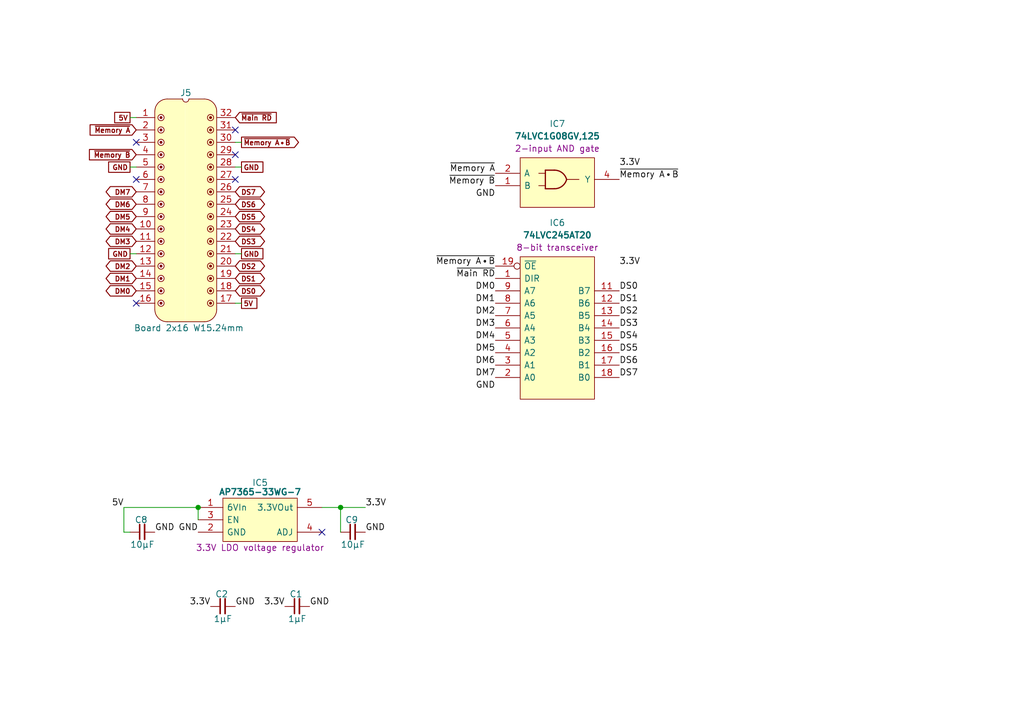
<source format=kicad_sch>
(kicad_sch (version 20250114) (generator "eeschema") (generator_version "9.0")
  (paper "A5")
  (title_block (title "Main Memory Data") (date "2023-12-05") (rev "V0"))
  (lib_symbols
    (symbol "Diodes_Inc:74LVC245AT20" (pin_names (offset 0.762))
      (property "Reference" "IC" (at 12.7 5.08 0))
      (property "Value" "74LVC245AT20" (at 12.7 3.175 0))
      (property "Description" "8-bit transceiver" (at 12.7 -28.575 0))
      (symbol "74LVC245AT20_0_0"
        (pin input inverted (at 0 0 0) (length 5.08) (name "~{OE}") (number "19"))
        (pin input line (at 0 -2.54 0) (length 5.08) (name "DIR") (number "1"))
        (pin tri_state line (at 0 -5.08 0) (length 5.08) (name "A7") (number "9"))
        (pin tri_state line (at 0 -7.62 0) (length 5.08) (name "A6") (number "8"))
        (pin tri_state line (at 0 -10.16 0) (length 5.08) (name "A5") (number "7"))
        (pin tri_state line (at 0 -12.7 0) (length 5.08) (name "A4") (number "6"))
        (pin tri_state line (at 0 -15.24 0) (length 5.08) (name "A3") (number "5"))
        (pin tri_state line (at 0 -17.78 0) (length 5.08) (name "A2") (number "4"))
        (pin tri_state line (at 0 -20.32 0) (length 5.08) (name "A1") (number "3"))
        (pin tri_state line (at 0 -22.86 0) (length 5.08) (name "A0") (number "2"))
        (pin passive line (at 0 -25.4 0) (length 5.08) (hide yes) (name "GND") (number "10"))
        (pin tri_state line (at 25.4 -5.08 180) (length 5.08) (name "B7") (number "11"))
        (pin tri_state line (at 25.4 -7.62 180) (length 5.08) (name "B6") (number "12"))
        (pin tri_state line (at 25.4 -10.16 180) (length 5.08) (name "B5") (number "13"))
        (pin tri_state line (at 25.4 -12.7 180) (length 5.08) (name "B4") (number "14"))
        (pin tri_state line (at 25.4 -15.24 180) (length 5.08) (name "B3") (number "15"))
        (pin tri_state line (at 25.4 -17.78 180) (length 5.08) (name "B2") (number "16"))
        (pin tri_state line (at 25.4 -20.32 180) (length 5.08) (name "B1") (number "17"))
        (pin tri_state line (at 25.4 -22.86 180) (length 5.08) (name "B0") (number "18"))
      )
      (symbol "74LVC245AT20_0_1"
        (polyline (pts (xy 5.08 1.905) (xy 20.32 1.905) (xy 20.32 -27.305) (xy 5.08 -27.305) (xy 5.08 1.905)) (stroke (width 0.1524)) (fill (type background)))
      )
      (symbol "74LVC245AT20_1_0"
        (pin passive line (at 25.4 0 180) (length 5.08) (hide yes) (name "3V") (number "20"))
      )
    )
    (symbol "Diodes_Inc:AP7365-33WG-7" (pin_names (offset 0.762))
      (property "Reference" "IC" (at 12.7 5.08 0))
      (property "Value" "AP7365-33WG-7" (at 12.7 3.175 0))
      (property "Description" "3.3V LDO voltage regulator" (at 12.7 -8.255 0))
      (symbol "AP7365-33WG-7_0_0"
        (pin input line (at 0 -2.54 0) (length 5.08) (name "EN") (number "3"))
        (pin passive line (at 0 -5.08 0) (length 5.08) (name "GND") (number "2"))
        (pin passive line (at 25.4 -5.08 180) (length 5.08) (name "ADJ") (number "4"))
      )
      (symbol "AP7365-33WG-7_0_1"
        (polyline (pts (xy 5.08 1.905) (xy 20.32 1.905) (xy 20.32 -6.985) (xy 5.08 -6.985) (xy 5.08 1.905)) (fill (type background)))
      )
      (symbol "AP7365-33WG-7_1_0"
        (pin passive line (at 0 0 0) (length 5.08) (name "6VIn") (number "1"))
        (pin passive line (at 25.4 0 180) (length 5.08) (name "3.3VOut") (number "5"))
      )
    )
    (symbol "HCP65:Board_02x16_W15.24mm" (pin_names (offset 1.016) (hide yes))
      (property "Reference" "J" (at 0 5.08 0))
      (property "Value" "Board 2x16 W15.24mm" (at 0.635 -43.18 0))
      (symbol "Board_02x16_W15.24mm_0_1"
        (polyline (pts (xy -6.35 1.27) (xy -6.35 -39.37)))
        (arc (start -3.8102 -41.9098) (mid -5.6063 -41.1659) (end -6.3502 -39.3698))
        (arc (start -6.35 1.27) (mid -5.6061 3.0661) (end -3.81 3.81))
        (polyline (pts (xy -3.81 3.81) (xy -0.635 3.81)))
        (arc (start 0.635 3.81) (mid 0 3.175) (end -0.635 3.81))
        (polyline (pts (xy 0.635 3.81) (xy 3.81 3.81)))
        (polyline (pts (xy 3.8098 -41.9098) (xy -3.81 -41.91)))
        (arc (start 3.81 3.81) (mid 5.6061 3.0661) (end 6.35 1.27))
        (arc (start 6.3498 -39.3698) (mid 5.6059 -41.1659) (end 3.8098 -41.9098))
        (polyline (pts (xy 6.35 -39.37) (xy 6.35 1.27)))
      )
      (symbol "Board_02x16_W15.24mm_1_1"
        (polyline (pts (xy -6.35 1.27) (xy -6.096 2.286) (xy -5.588 3.048) (xy -4.826 3.556) (xy -4.064 3.81) (xy -0.762 3.81) (xy -0.508 3.302) (xy 0 3.048) (xy 0 -41.91) (xy -3.81 -41.91) (xy -4.826 -41.656) (xy -5.588 -41.148) (xy -6.096 -40.386) (xy -6.35 -39.37) (xy -6.35 1.27)) (stroke (width -0.0001)) (fill (type background)))
        (circle (center -5.08 0) (radius 0.0001) (stroke (width 0.3)))
        (circle (center -5.08 0) (radius 0.635) (fill (type color) (color 255 255 255 1)))
        (circle (center -5.08 -2.54) (radius 0.0001) (stroke (width 0.3)))
        (circle (center -5.08 -2.54) (radius 0.635) (fill (type color) (color 255 255 255 1)))
        (circle (center -5.08 -5.08) (radius 0.0001) (stroke (width 0.3)))
        (circle (center -5.08 -5.08) (radius 0.635) (fill (type color) (color 255 255 255 1)))
        (circle (center -5.08 -7.62) (radius 0.0001) (stroke (width 0.3)))
        (circle (center -5.08 -7.62) (radius 0.635) (fill (type color) (color 255 255 255 1)))
        (circle (center -5.08 -10.16) (radius 0.0001) (stroke (width 0.3)))
        (circle (center -5.08 -10.16) (radius 0.635) (fill (type color) (color 255 255 255 1)))
        (circle (center -5.08 -12.7) (radius 0.0001) (stroke (width 0.3)))
        (circle (center -5.08 -12.7) (radius 0.635) (fill (type color) (color 255 255 255 1)))
        (circle (center -5.08 -15.24) (radius 0.0001) (stroke (width 0.3)))
        (circle (center -5.08 -15.24) (radius 0.635) (fill (type color) (color 255 255 255 1)))
        (circle (center -5.08 -17.78) (radius 0.0001) (stroke (width 0.3)))
        (circle (center -5.08 -17.78) (radius 0.635) (fill (type color) (color 255 255 255 1)))
        (circle (center -5.08 -20.32) (radius 0.0001) (stroke (width 0.3)))
        (circle (center -5.08 -20.32) (radius 0.635) (fill (type color) (color 255 255 255 1)))
        (circle (center -5.08 -22.86) (radius 0.0001) (stroke (width 0.3)))
        (circle (center -5.08 -22.86) (radius 0.635) (fill (type color) (color 255 255 255 1)))
        (circle (center -5.08 -25.4) (radius 0.0001) (stroke (width 0.3)))
        (circle (center -5.08 -25.4) (radius 0.635) (fill (type color) (color 255 255 255 1)))
        (circle (center -5.08 -27.94) (radius 0.0001) (stroke (width 0.3)))
        (circle (center -5.08 -27.94) (radius 0.635) (fill (type color) (color 255 255 255 1)))
        (circle (center -5.08 -30.48) (radius 0.0001) (stroke (width 0.3)))
        (circle (center -5.08 -30.48) (radius 0.635) (fill (type color) (color 255 255 255 1)))
        (circle (center -5.08 -33.02) (radius 0.0001) (stroke (width 0.3)))
        (circle (center -5.08 -33.02) (radius 0.635) (fill (type color) (color 255 255 255 1)))
        (circle (center -5.08 -35.56) (radius 0.0001) (stroke (width 0.3)))
        (circle (center -5.08 -35.56) (radius 0.635) (fill (type color) (color 255 255 255 1)))
        (circle (center -5.08 -38.1) (radius 0.0001) (stroke (width 0.3)))
        (circle (center -5.08 -38.1) (radius 0.635) (fill (type color) (color 255 255 255 1)))
        (circle (center 5.08 0) (radius 0.0001) (stroke (width 0.3)))
        (circle (center 5.08 0) (radius 0.635) (fill (type color) (color 255 255 255 1)))
        (circle (center 5.08 -2.54) (radius 0.0001) (stroke (width 0.3)))
        (circle (center 5.08 -2.54) (radius 0.635) (fill (type color) (color 255 255 255 1)))
        (circle (center 5.08 -5.08) (radius 0.0001) (stroke (width 0.3)))
        (circle (center 5.08 -5.08) (radius 0.635) (fill (type color) (color 255 255 255 1)))
        (circle (center 5.08 -7.62) (radius 0.0001) (stroke (width 0.3)))
        (circle (center 5.08 -7.62) (radius 0.635) (fill (type color) (color 255 255 255 1)))
        (circle (center 5.08 -10.16) (radius 0.0001) (stroke (width 0.3)))
        (circle (center 5.08 -10.16) (radius 0.635) (fill (type color) (color 255 255 255 1)))
        (circle (center 5.08 -12.7) (radius 0.0001) (stroke (width 0.3)))
        (circle (center 5.08 -12.7) (radius 0.635) (fill (type color) (color 255 255 255 1)))
        (circle (center 5.08 -15.24) (radius 0.0001) (stroke (width 0.3)))
        (circle (center 5.08 -15.24) (radius 0.635) (fill (type color) (color 255 255 255 1)))
        (circle (center 5.08 -17.78) (radius 0.0001) (stroke (width 0.3)))
        (circle (center 5.08 -17.78) (radius 0.635) (fill (type color) (color 255 255 255 1)))
        (circle (center 5.08 -20.32) (radius 0.0001) (stroke (width 0.3)))
        (circle (center 5.08 -20.32) (radius 0.635) (fill (type color) (color 255 255 255 1)))
        (circle (center 5.08 -22.86) (radius 0.0001) (stroke (width 0.3)))
        (circle (center 5.08 -22.86) (radius 0.635) (fill (type color) (color 255 255 255 1)))
        (circle (center 5.08 -25.4) (radius 0.0001) (stroke (width 0.3)))
        (circle (center 5.08 -25.4) (radius 0.635) (fill (type color) (color 255 255 255 1)))
        (circle (center 5.08 -27.94) (radius 0.0001) (stroke (width 0.3)))
        (circle (center 5.08 -27.94) (radius 0.635) (fill (type color) (color 255 255 255 1)))
        (circle (center 5.08 -30.48) (radius 0.0001) (stroke (width 0.3)))
        (circle (center 5.08 -30.48) (radius 0.635) (fill (type color) (color 255 255 255 1)))
        (circle (center 5.08 -33.02) (radius 0.0001) (stroke (width 0.3)))
        (circle (center 5.08 -33.02) (radius 0.635) (fill (type color) (color 255 255 255 1)))
        (circle (center 5.08 -35.56) (radius 0.0001) (stroke (width 0.3)))
        (circle (center 5.08 -35.56) (radius 0.635) (fill (type color) (color 255 255 255 1)))
        (circle (center 5.08 -38.1) (radius 0.0001) (stroke (width 0.3)))
        (circle (center 5.08 -38.1) (radius 0.635) (fill (type color) (color 255 255 255 1)))
        (polyline (pts (xy 6.35 1.27) (xy 6.096 2.286) (xy 5.588 3.048) (xy 4.826 3.556) (xy 4.064 3.81) (xy 0.762 3.81) (xy 0.508 3.302) (xy 0 3.048) (xy 0 -41.91) (xy 3.81 -41.91) (xy 4.826 -41.656) (xy 5.588 -41.148) (xy 6.096 -40.386) (xy 6.35 -39.37) (xy 6.35 1.27)) (stroke (width -0.0001)) (fill (type background)))
        (pin passive line (at -10.16 0 0) (length 3.81) (name "") (number "1"))
        (pin passive line (at -10.16 -2.54 0) (length 3.81) (name "") (number "2"))
        (pin passive line (at -10.16 -5.08 0) (length 3.81) (name "") (number "3"))
        (pin passive line (at -10.16 -7.62 0) (length 3.81) (name "") (number "4"))
        (pin passive line (at -10.16 -10.16 0) (length 3.81) (name "") (number "5"))
        (pin passive line (at -10.16 -12.7 0) (length 3.81) (name "") (number "6"))
        (pin passive line (at -10.16 -15.24 0) (length 3.81) (name "") (number "7"))
        (pin passive line (at -10.16 -17.78 0) (length 3.81) (name "") (number "8"))
        (pin passive line (at -10.16 -20.32 0) (length 3.81) (name "") (number "9"))
        (pin passive line (at -10.16 -22.86 0) (length 3.81) (name "") (number "10"))
        (pin passive line (at -10.16 -25.4 0) (length 3.81) (name "") (number "11"))
        (pin passive line (at -10.16 -27.94 0) (length 3.81) (name "") (number "12"))
        (pin passive line (at -10.16 -30.48 0) (length 3.81) (name "") (number "13"))
        (pin passive line (at -10.16 -33.02 0) (length 3.81) (name "") (number "14"))
        (pin passive line (at -10.16 -35.56 0) (length 3.81) (name "") (number "15"))
        (pin passive line (at -10.16 -38.1 0) (length 3.81) (name "") (number "16"))
        (pin passive line (at 10.16 0 180) (length 3.81) (name "") (number "32"))
        (pin passive line (at 10.16 -2.54 180) (length 3.81) (name "") (number "31"))
        (pin passive line (at 10.16 -5.08 180) (length 3.81) (name "") (number "30"))
        (pin passive line (at 10.16 -7.62 180) (length 3.81) (name "") (number "29"))
        (pin passive line (at 10.16 -10.16 180) (length 3.81) (name "") (number "28"))
        (pin passive line (at 10.16 -12.7 180) (length 3.81) (name "") (number "27"))
        (pin passive line (at 10.16 -15.24 180) (length 3.81) (name "") (number "26"))
        (pin passive line (at 10.16 -17.78 180) (length 3.81) (name "") (number "25"))
        (pin passive line (at 10.16 -20.32 180) (length 3.81) (name "") (number "24"))
        (pin passive line (at 10.16 -22.86 180) (length 3.81) (name "") (number "23"))
        (pin passive line (at 10.16 -25.4 180) (length 3.81) (name "") (number "22"))
        (pin passive line (at 10.16 -27.94 180) (length 3.81) (name "") (number "21"))
        (pin passive line (at 10.16 -30.48 180) (length 3.81) (name "") (number "20"))
        (pin passive line (at 10.16 -33.02 180) (length 3.81) (name "") (number "19"))
        (pin passive line (at 10.16 -35.56 180) (length 3.81) (name "") (number "18"))
        (pin passive line (at 10.16 -38.1 180) (length 3.81) (name "") (number "17"))
      )
    )
    (symbol "HCP65:C_0805" (pin_numbers (hide yes)) (pin_names (offset 0.254) (hide yes))
      (property "Reference" "C" (at 2.286 2.54 0))
      (property "Value" "?μF" (at 2.54 -2.54 0))
      (symbol "C_0805_0_1"
        (polyline (pts (xy 1.9685 -1.4605) (xy 1.9685 1.5875)) (stroke (width 0.3048)))
        (polyline (pts (xy 2.9845 -1.4605) (xy 2.9845 1.5875)) (stroke (width 0.3302)))
      )
      (symbol "C_0805_1_1"
        (pin passive line (at 0 0 0) (length 2.032) (name "~") (number "1"))
        (pin passive line (at 5.08 0 180) (length 2.032) (name "~") (number "2"))
      )
    )
    (symbol "Nexperia:74LVC1G08GV,125" (pin_names (offset 0.762))
      (property "Reference" "IC" (at 11.43 6.35 0))
      (property "Value" "74LVC1G08GV,125" (at 12.7 4.445 0))
      (property "Description" "2-input AND gate" (at 12.7 -8.255 0))
      (symbol "74LVC1G08GV,125_0_0"
        (pin input line (at 0 0 0) (length 5.08) (name "A") (number "2"))
        (pin input line (at 0 -2.54 0) (length 5.08) (name "B") (number "1"))
        (pin passive line (at 0 -5.08 0) (length 5.08) (hide yes) (name "GND") (number "3"))
        (pin passive line (at 25.4 1.27 180) (length 5.08) (hide yes) (name "3V") (number "5"))
        (pin output line (at 25.4 -1.27 180) (length 5.08) (name "Y") (number "4"))
      )
      (symbol "74LVC1G08GV,125_0_1"
        (polyline (pts (xy 5.08 3.175) (xy 20.32 3.175) (xy 20.32 -6.985) (xy 5.08 -6.985) (xy 5.08 3.175)) (stroke (width 0.1524)) (fill (type background)))
        (polyline (pts (xy 8.89 0) (xy 10.1599 0)))
        (polyline (pts (xy 8.89 -2.54) (xy 10.1599 -2.54)))
        (polyline (pts (xy 10.248 0.635) (xy 10.248 -3.175)) (stroke (width 0.254)) (fill (type background)))
        (polyline (pts (xy 12.065 0.635) (xy 10.248 0.635)) (stroke (width 0.254)) (fill (type background)))
        (polyline (pts (xy 12.065 -3.175) (xy 10.248 -3.175)) (stroke (width 0.254)) (fill (type background)))
        (arc (start 14.605 -1.27) (mid 13.6635 -2.6605) (end 12.065 -3.175) (stroke (width 0.254)))
        (arc (start 12.065 0.635) (mid 13.6649 0.1222) (end 14.605 -1.27) (stroke (width 0.254)))
        (polyline (pts (xy 14.605 -1.27) (xy 17.145 -1.27)))
      )
    )
  )
  (junction (at 40.64 104.14))
  (junction (at 69.85 104.14))
  (no_connect (at 48.26 31.75))
  (no_connect (at 48.26 36.83))
  (no_connect (at 66.04 109.22))
  (no_connect (at 48.26 26.67))
  (no_connect (at 27.94 62.23))
  (no_connect (at 27.94 36.83))
  (no_connect (at 27.94 29.21))
  (wire (pts (xy 69.85 109.22) (xy 69.85 104.14)))
  (wire (pts (xy 25.4 104.14) (xy 40.64 104.14)))
  (wire (pts (xy 26.67 34.29) (xy 27.94 34.29)))
  (wire (pts (xy 49.53 34.29) (xy 48.26 34.29)))
  (wire (pts (xy 40.64 104.14) (xy 40.64 106.68)))
  (wire (pts (xy 26.67 24.13) (xy 27.94 24.13)))
  (wire (pts (xy 49.53 52.07) (xy 48.26 52.07)))
  (wire (pts (xy 66.04 104.14) (xy 69.85 104.14)))
  (wire (pts (xy 26.67 52.07) (xy 27.94 52.07)))
  (wire (pts (xy 49.53 29.21) (xy 48.26 29.21)))
  (wire (pts (xy 25.4 104.14) (xy 25.4 109.22)))
  (wire (pts (xy 25.4 109.22) (xy 26.67 109.22)))
  (wire (pts (xy 49.53 62.23) (xy 48.26 62.23)))
  (wire (pts (xy 69.85 104.14) (xy 74.93 104.14)))
  (label "DM7" (at 101.6 77.47 180))
  (label "DM3" (at 101.6 67.31 180))
  (label "DS6" (at 127 74.93 0))
  (label "~{Memory B}" (at 101.6 38.1 180))
  (label "DM0" (at 101.6 59.69 180))
  (label "~{Memory A•B}" (at 101.6 54.61 180))
  (label "GND" (at 48.26 124.46 0))
  (label "GND" (at 74.93 109.22 0))
  (label "3.3V" (at 127 34.29 0))
  (label "DS7" (at 127 77.47 0))
  (label "3.3V" (at 127 54.61 0))
  (label "DS2" (at 127 64.77 0))
  (label "GND" (at 101.6 80.01 180))
  (label "GND" (at 31.75 109.22 0))
  (label "5V" (at 25.4 104.14 180))
  (label "DS1" (at 127 62.23 0))
  (label "DM6" (at 101.6 74.93 180))
  (label "DM4" (at 101.6 69.85 180))
  (label "GND" (at 40.64 109.22 180))
  (label "DS5" (at 127 72.39 0))
  (label "~{Memory A•B}" (at 127 36.83 0))
  (label "3.3V" (at 58.42 124.46 180))
  (label "GND" (at 101.6 40.64 180))
  (label "DS3" (at 127 67.31 0))
  (label "3.3V" (at 43.18 124.46 180))
  (label "DM5" (at 101.6 72.39 180))
  (label "GND" (at 63.5 124.46 0))
  (label "3.3V" (at 74.93 104.14 0))
  (label "~{Memory A}" (at 101.6 35.56 180))
  (label "DM2" (at 101.6 64.77 180))
  (label "DM1" (at 101.6 62.23 180))
  (label "DS4" (at 127 69.85 0))
  (label "~{Main RD}" (at 101.6 57.15 180))
  (label "DS0" (at 127 59.69 0))
  (global_label "~{Memory A}" (shape input) (at 27.94 26.67 180) (effects (font (size 1 1) (thickness 0.2) (bold yes))) (property "Intersheetrefs" "${INTERSHEET_REFS}" (effects (hide yes))))
  (global_label "DM0" (shape tri_state) (at 27.94 59.69 180) (effects (font (size 1 1) (thickness 0.2) (bold yes))) (property "Intersheetrefs" "${INTERSHEET_REFS}" (effects (hide yes))))
  (global_label "DM7" (shape tri_state) (at 27.94 39.37 180) (effects (font (size 1 1) (thickness 0.2) (bold yes))) (property "Intersheetrefs" "${INTERSHEET_REFS}" (effects (hide yes))))
  (global_label "DM3" (shape tri_state) (at 27.94 49.53 180) (effects (font (size 1 1) (thickness 0.2) (bold yes))) (property "Intersheetrefs" "${INTERSHEET_REFS}" (effects (hide yes))))
  (global_label "DS0" (shape tri_state) (at 48.26 59.69 0) (effects (font (size 1 1) (thickness 0.2) (bold yes))) (property "Intersheetrefs" "${INTERSHEET_REFS}" (effects (hide yes))))
  (global_label "~{Main RD}" (shape input) (at 48.26 24.13 0) (effects (font (size 1 1) (thickness 0.2) (bold yes))) (property "Intersheetrefs" "${INTERSHEET_REFS}" (effects (hide yes))))
  (global_label "DS6" (shape tri_state) (at 48.26 41.91 0) (effects (font (size 1 1) (thickness 0.2) (bold yes))) (property "Intersheetrefs" "${INTERSHEET_REFS}" (effects (hide yes))))
  (global_label "GND" (shape passive) (at 26.67 34.29 180) (effects (font (size 1 1) (thickness 0.2) (bold yes))) (property "Intersheetrefs" "${INTERSHEET_REFS}" (effects (hide yes))))
  (global_label "DS2" (shape tri_state) (at 48.26 54.61 0) (effects (font (size 1 1) (thickness 0.2) (bold yes))) (property "Intersheetrefs" "${INTERSHEET_REFS}" (effects (hide yes))))
  (global_label "GND" (shape passive) (at 26.67 52.07 180) (effects (font (size 1 1) (thickness 0.2) (bold yes))) (property "Intersheetrefs" "${INTERSHEET_REFS}" (effects (hide yes))))
  (global_label "5V" (shape passive) (at 26.67 24.13 180) (effects (font (size 1 1) (thickness 0.2) (bold yes))) (property "Intersheetrefs" "${INTERSHEET_REFS}" (effects (hide yes))))
  (global_label "~{Memory A•B}" (shape output) (at 49.53 29.21 0) (effects (font (size 1 1) (thickness 0.2) (bold yes))) (property "Intersheetrefs" "${INTERSHEET_REFS}" (effects (hide yes))))
  (global_label "DM2" (shape tri_state) (at 27.94 54.61 180) (effects (font (size 1 1) (thickness 0.2) (bold yes))) (property "Intersheetrefs" "${INTERSHEET_REFS}" (effects (hide yes))))
  (global_label "GND" (shape passive) (at 49.53 52.07 0) (effects (font (size 1 1) (thickness 0.2) (bold yes))) (property "Intersheetrefs" "${INTERSHEET_REFS}" (effects (hide yes))))
  (global_label "GND" (shape passive) (at 49.53 34.29 0) (effects (font (size 1 1) (thickness 0.2) (bold yes))) (property "Intersheetrefs" "${INTERSHEET_REFS}" (effects (hide yes))))
  (global_label "DS3" (shape tri_state) (at 48.26 49.53 0) (effects (font (size 1 1) (thickness 0.2) (bold yes))) (property "Intersheetrefs" "${INTERSHEET_REFS}" (effects (hide yes))))
  (global_label "DS7" (shape tri_state) (at 48.26 39.37 0) (effects (font (size 1 1) (thickness 0.2) (bold yes))) (property "Intersheetrefs" "${INTERSHEET_REFS}" (effects (hide yes))))
  (global_label "DM4" (shape tri_state) (at 27.94 46.99 180) (effects (font (size 1 1) (thickness 0.2) (bold yes))) (property "Intersheetrefs" "${INTERSHEET_REFS}" (effects (hide yes))))
  (global_label "DM6" (shape tri_state) (at 27.94 41.91 180) (effects (font (size 1 1) (thickness 0.2) (bold yes))) (property "Intersheetrefs" "${INTERSHEET_REFS}" (effects (hide yes))))
  (global_label "DM5" (shape tri_state) (at 27.94 44.45 180) (effects (font (size 1 1) (thickness 0.2) (bold yes))) (property "Intersheetrefs" "${INTERSHEET_REFS}" (effects (hide yes))))
  (global_label "DS1" (shape tri_state) (at 48.26 57.15 0) (effects (font (size 1 1) (thickness 0.2) (bold yes))) (property "Intersheetrefs" "${INTERSHEET_REFS}" (effects (hide yes))))
  (global_label "5V" (shape passive) (at 49.53 62.23 0) (effects (font (size 1 1) (thickness 0.2) (bold yes))) (property "Intersheetrefs" "${INTERSHEET_REFS}" (effects (hide yes))))
  (global_label "DS5" (shape tri_state) (at 48.26 44.45 0) (effects (font (size 1 1) (thickness 0.2) (bold yes))) (property "Intersheetrefs" "${INTERSHEET_REFS}" (effects (hide yes))))
  (global_label "DM1" (shape tri_state) (at 27.94 57.15 180) (effects (font (size 1 1) (thickness 0.2) (bold yes))) (property "Intersheetrefs" "${INTERSHEET_REFS}" (effects (hide yes))))
  (global_label "DS4" (shape tri_state) (at 48.26 46.99 0) (effects (font (size 1 1) (thickness 0.2) (bold yes))) (property "Intersheetrefs" "${INTERSHEET_REFS}" (effects (hide yes))))
  (global_label "~{Memory B}" (shape input) (at 27.94 31.75 180) (effects (font (size 1 1) (thickness 0.2) (bold yes))) (property "Intersheetrefs" "${INTERSHEET_REFS}" (effects (hide yes))))
  (symbol (lib_id "HCP65:C_0805") (at 43.18 124.46 0) (unit 1)
    (property "Reference" "C2" (at 45.466 121.92 0))
    (property "Value" "1μF" (at 45.72 127 0))
    (property "Footprint" "SamacSys_Parts:C_0805" (effects (hide yes)))
  )
  (symbol (lib_id "Nexperia:74LVC1G08GV,125") (at 101.6 35.56 0) (unit 1)
    (property "Reference" "IC7" (at 114.3 25.4 0))
    (property "Value" "74LVC1G08GV,125" (at 114.3 27.94 0) (effects (font (bold yes))))
    (property "Footprint" "SamacSys_Parts:SOT95P275X110-5N" (effects (hide yes)))
    (property "Datasheet" "https://assets.nexperia.com/documents/data-sheet/74LVC1G08.pdf" (effects (hide yes)))
    (property "Description" "2-input AND gate" (at 114.3 30.48 0))
    (property "Height" "1.1" (effects (hide yes)))
    (property "Manufacturer_Name" "Nexperia" (effects (hide yes)))
    (property "Manufacturer_Part_Number" "74LVC1G08GV,125" (effects (hide yes)))
    (property "Mouser Part Number" "771-74LVC1G08GV" (effects (hide yes)))
    (property "Mouser Price/Stock" "https://www.mouser.co.uk/ProductDetail/Nexperia/74LVC1G08GV125?qs=me8TqzrmIYXEnurJEPZc7A%3D%3D" (effects (hide yes)))
    (property "Arrow Part Number" "74LVC1G08GV,125" (effects (hide yes)))
    (property "Arrow Price/Stock" "https://www.arrow.com/en/products/74lvc1g08gv125/nexperia" (effects (hide yes)))
    (property "Silkscreen" "'1G08" (effects (hide yes)))
  )
  (symbol (lib_id "HCP65:Board_02x16_W15.24mm") (at 38.1 24.13 0) (unit 1)
    (property "Reference" "J5" (at 38.1 19.05 0))
    (property "Value" "Board 2x16 W15.24mm" (at 38.735 67.31 0))
    (property "Footprint" "SamacSys_Parts:DIP-32_Board_W15.24mm" (effects (hide yes)))
  )
  (symbol (lib_id "HCP65:C_0805") (at 26.67 109.22 0) (unit 1)
    (property "Reference" "C8" (at 28.956 106.68 0))
    (property "Value" "10µF" (at 26.67 111.76 0) (effects (justify left)))
    (property "Footprint" "SamacSys_Parts:C_0805" (effects (hide yes)))
  )
  (symbol (lib_id "Diodes_Inc:AP7365-33WG-7") (at 40.64 104.14 0) (unit 1)
    (property "Reference" "IC5" (at 53.34 99.06 0))
    (property "Value" "AP7365-33WG-7" (at 53.34 100.965 0) (effects (font (bold yes))))
    (property "Footprint" "SamacSys_Parts:SOT95P285X130-5N" (effects (hide yes)))
    (property "Datasheet" "https://componentsearchengine.com/Datasheets/1/AP7365-33WG-7.pdf" (effects (hide yes)))
    (property "Description" "3.3V LDO voltage regulator" (at 53.34 112.395 0))
    (property "Height" "1.3" (effects (hide yes)))
    (property "Manufacturer_Name" "Diodes Inc." (effects (hide yes)))
    (property "Manufacturer_Part_Number" "AP7365-33WG-7" (effects (hide yes)))
    (property "Mouser Part Number" "621-AP7365-33WG-7" (effects (hide yes)))
    (property "Mouser Price/Stock" "https://www.mouser.co.uk/ProductDetail/Diodes-Incorporated/AP7365-33WG-7?qs=abZ1nkZpTuOZFvxvoFPL0w%3D%3D" (effects (hide yes)))
    (property "Arrow Part Number" "AP7365-33WG-7" (effects (hide yes)))
    (property "Arrow Price/Stock" "https://www.arrow.com/en/products/ap7365-33wg-7/diodes-incorporated?region=nac" (effects (hide yes)))
    (property "Silkscreen" "AP7365" (effects (hide yes)))
  )
  (symbol (lib_id "Diodes_Inc:74LVC245AT20") (at 101.6 54.61 0) (unit 1)
    (property "Reference" "IC6" (at 114.3 45.72 0))
    (property "Value" "74LVC245AT20" (at 114.3 48.26 0) (effects (font (bold yes))))
    (property "Footprint" "SamacSys_Parts:SOP65P640X120-20N" (effects (hide yes)))
    (property "Datasheet" "https://www.diodes.com/assets/Datasheets/74LVC245A.pdf" (effects (hide yes)))
    (property "Description" "8-bit transceiver" (at 114.3 50.8 0))
    (property "Height" "1.2" (effects (hide yes)))
    (property "Manufacturer_Name" "Diodes Inc." (effects (hide yes)))
    (property "Manufacturer_Part_Number" "74LVC245AT20-13" (effects (hide yes)))
    (property "Mouser Part Number" "621-74LVC245AT20-13" (effects (hide yes)))
    (property "Mouser Price/Stock" "https://www.mouser.co.uk/ProductDetail/Diodes-Incorporated/74LVC245AT20-13?qs=IvkZ4pJZlB2XcM151iWWTw%3D%3D" (effects (hide yes)))
    (property "Silkscreen" "74LVC245" (effects (hide yes)))
    (property "Garbage" "Bus Transceivers Octal Buffer Trans 3-State Outputs" (effects (hide yes)))
  )
  (symbol (lib_id "HCP65:C_0805") (at 69.85 109.22 0) (unit 1)
    (property "Reference" "C9" (at 72.136 106.68 0))
    (property "Value" "10µF" (at 69.85 111.76 0) (effects (justify left)))
    (property "Footprint" "SamacSys_Parts:C_0805" (effects (hide yes)))
  )
  (symbol (lib_id "HCP65:C_0805") (at 58.42 124.46 0) (unit 1)
    (property "Reference" "C1" (at 60.706 121.92 0))
    (property "Value" "1μF" (at 60.96 127 0))
    (property "Footprint" "SamacSys_Parts:C_0805" (effects (hide yes)))
  )
)
</source>
